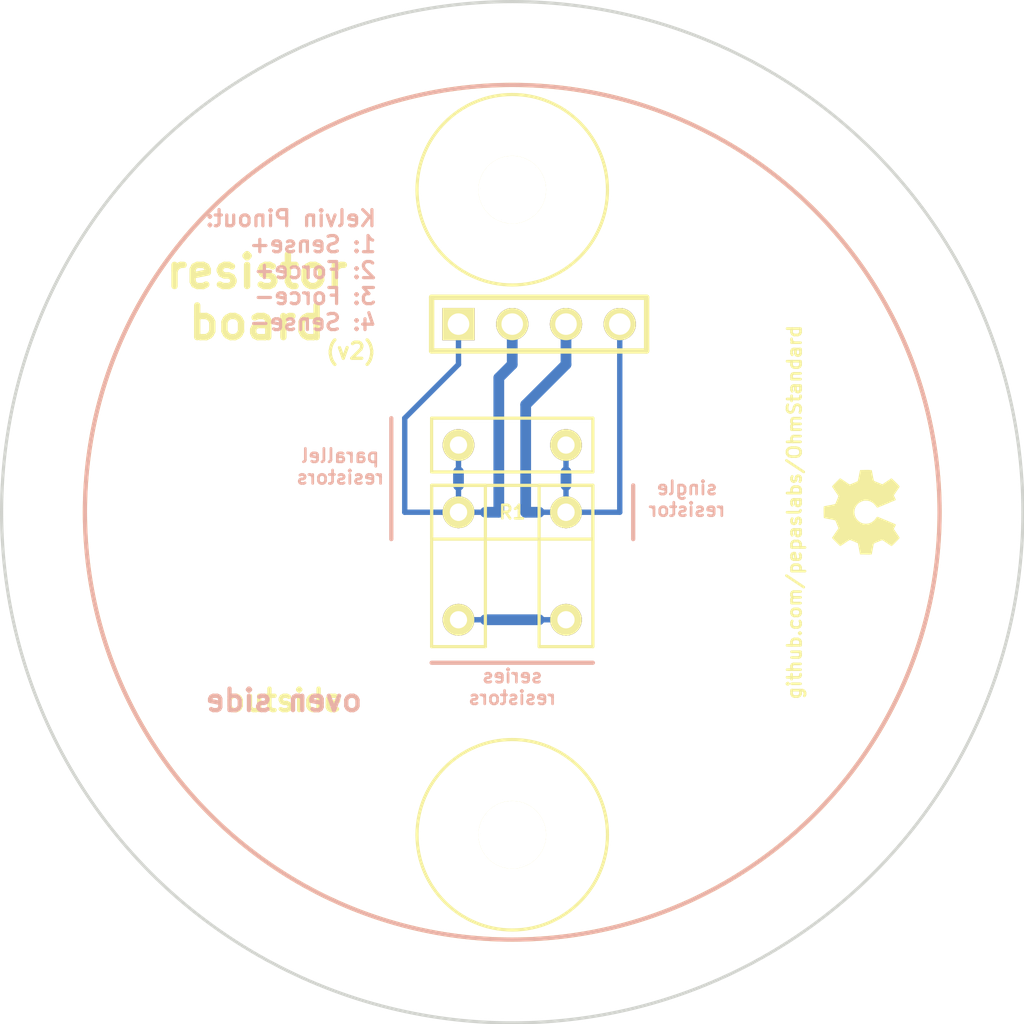
<source format=kicad_pcb>
(kicad_pcb (version 3) (host pcbnew "(2013-07-07 BZR 4022)-stable")

  (general
    (links 4)
    (no_connects 0)
    (area 191.694999 114.224999 240.105001 162.635001)
    (thickness 1.6)
    (drawings 15)
    (tracks 25)
    (zones 0)
    (modules 8)
    (nets 3)
  )

  (page A3)
  (layers
    (15 F.Cu signal)
    (0 B.Cu signal)
    (16 B.Adhes user)
    (17 F.Adhes user)
    (18 B.Paste user)
    (19 F.Paste user)
    (20 B.SilkS user)
    (21 F.SilkS user)
    (22 B.Mask user)
    (23 F.Mask user)
    (24 Dwgs.User user)
    (25 Cmts.User user)
    (26 Eco1.User user)
    (27 Eco2.User user)
    (28 Edge.Cuts user)
  )

  (setup
    (last_trace_width 0.254)
    (user_trace_width 0.254)
    (user_trace_width 0.508)
    (user_trace_width 1.016)
    (trace_clearance 0.254)
    (zone_clearance 0.508)
    (zone_45_only no)
    (trace_min 0.254)
    (segment_width 0.2)
    (edge_width 0.15)
    (via_size 0.889)
    (via_drill 0.635)
    (via_min_size 0.889)
    (via_min_drill 0.508)
    (uvia_size 0.508)
    (uvia_drill 0.127)
    (uvias_allowed no)
    (uvia_min_size 0.508)
    (uvia_min_drill 0.127)
    (pcb_text_width 0.3)
    (pcb_text_size 1.5 1.5)
    (mod_edge_width 0.15)
    (mod_text_size 1.5 1.5)
    (mod_text_width 0.15)
    (pad_size 3.2 3.2)
    (pad_drill 3.2)
    (pad_to_mask_clearance 0.2)
    (aux_axis_origin 215.9 138.43)
    (visible_elements 7FFFFFFF)
    (pcbplotparams
      (layerselection 284196865)
      (usegerberextensions true)
      (excludeedgelayer true)
      (linewidth 0.100000)
      (plotframeref false)
      (viasonmask false)
      (mode 1)
      (useauxorigin false)
      (hpglpennumber 1)
      (hpglpenspeed 20)
      (hpglpendiameter 15)
      (hpglpenoverlay 2)
      (psnegative false)
      (psa4output false)
      (plotreference true)
      (plotvalue true)
      (plotothertext true)
      (plotinvisibletext false)
      (padsonsilk false)
      (subtractmaskfromsilk false)
      (outputformat 1)
      (mirror false)
      (drillshape 0)
      (scaleselection 1)
      (outputdirectory gerbers_resistor/))
  )

  (net 0 "")
  (net 1 N-000003)
  (net 2 N-000004)

  (net_class Default "This is the default net class."
    (clearance 0.254)
    (trace_width 0.254)
    (via_dia 0.889)
    (via_drill 0.635)
    (uvia_dia 0.508)
    (uvia_drill 0.127)
    (add_net "")
    (add_net N-000003)
    (add_net N-000004)
  )

  (module PIN_ARRAY_4x1 (layer F.Cu) (tedit 5393E450) (tstamp 53929DC2)
    (at 217.17 129.54)
    (descr "Double rangee de contacts 2 x 5 pins")
    (tags CONN)
    (path /53929CBC)
    (fp_text reference P1 (at 6.35 0) (layer F.SilkS) hide
      (effects (font (size 1.016 1.016) (thickness 0.2032)))
    )
    (fp_text value CONN_4 (at 0 2.54) (layer F.SilkS) hide
      (effects (font (size 1.016 1.016) (thickness 0.2032)))
    )
    (fp_line (start 5.08 1.27) (end -5.08 1.27) (layer F.SilkS) (width 0.254))
    (fp_line (start 5.08 -1.27) (end -5.08 -1.27) (layer F.SilkS) (width 0.254))
    (fp_line (start -5.08 -1.27) (end -5.08 1.27) (layer F.SilkS) (width 0.254))
    (fp_line (start 5.08 1.27) (end 5.08 -1.27) (layer F.SilkS) (width 0.254))
    (pad 1 thru_hole rect (at -3.81 0) (size 1.524 1.524) (drill 1.016)
      (layers *.Cu *.Mask F.SilkS)
      (net 1 N-000003)
    )
    (pad 2 thru_hole circle (at -1.27 0) (size 1.524 1.524) (drill 1.016)
      (layers *.Cu *.Mask F.SilkS)
      (net 1 N-000003)
    )
    (pad 3 thru_hole circle (at 1.27 0) (size 1.524 1.524) (drill 1.016)
      (layers *.Cu *.Mask F.SilkS)
      (net 2 N-000004)
    )
    (pad 4 thru_hole circle (at 3.81 0) (size 1.524 1.524) (drill 1.016)
      (layers *.Cu *.Mask F.SilkS)
      (net 2 N-000004)
    )
    (model pin_array\pins_array_4x1.wrl
      (at (xyz 0 0 0))
      (scale (xyz 1 1 1))
      (rotate (xyz 0 0 0))
    )
  )

  (module R_BOX_02 (layer F.Cu) (tedit 53B223FB) (tstamp 53B22333)
    (at 213.36 138.43)
    (path /53929CA6)
    (fp_text reference R1 (at 2.54 0) (layer F.SilkS)
      (effects (font (size 0.635 0.635) (thickness 0.127)))
    )
    (fp_text value R (at 2.54 0.635) (layer F.SilkS) hide
      (effects (font (size 0.635 0.635) (thickness 0.127)))
    )
    (fp_line (start -1.27 -1.27) (end 6.35 -1.27) (layer F.SilkS) (width 0.15))
    (fp_line (start 6.35 -1.27) (end 6.35 1.27) (layer F.SilkS) (width 0.15))
    (fp_line (start 6.35 1.27) (end -1.27 1.27) (layer F.SilkS) (width 0.15))
    (fp_line (start -1.27 1.27) (end -1.27 -1.27) (layer F.SilkS) (width 0.15))
    (pad 1 thru_hole circle (at 0 0) (size 1.4986 1.4986) (drill 0.8128)
      (layers *.Cu *.Mask F.SilkS)
      (net 1 N-000003)
    )
    (pad 2 thru_hole circle (at 5.08 0) (size 1.4986 1.4986) (drill 0.8128)
      (layers *.Cu *.Mask F.SilkS)
      (net 2 N-000004)
    )
  )

  (module R_BOX_02 (layer F.Cu) (tedit 53B2242D) (tstamp 53B2856D)
    (at 213.36 135.255)
    (fp_text reference R*** (at 2.54 -0.508) (layer F.SilkS) hide
      (effects (font (size 0.635 0.635) (thickness 0.127)))
    )
    (fp_text value VAL** (at 2.54 0.635) (layer F.SilkS) hide
      (effects (font (size 0.635 0.635) (thickness 0.127)))
    )
    (fp_line (start -1.27 -1.27) (end 6.35 -1.27) (layer F.SilkS) (width 0.15))
    (fp_line (start 6.35 -1.27) (end 6.35 1.27) (layer F.SilkS) (width 0.15))
    (fp_line (start 6.35 1.27) (end -1.27 1.27) (layer F.SilkS) (width 0.15))
    (fp_line (start -1.27 1.27) (end -1.27 -1.27) (layer F.SilkS) (width 0.15))
    (pad 1 thru_hole circle (at 0 0) (size 1.4986 1.4986) (drill 0.8128)
      (layers *.Cu *.Mask F.SilkS)
    )
    (pad 2 thru_hole circle (at 5.08 0) (size 1.4986 1.4986) (drill 0.8128)
      (layers *.Cu *.Mask F.SilkS)
    )
  )

  (module R_BOX_02 (layer F.Cu) (tedit 53B22408) (tstamp 53B28580)
    (at 213.36 138.43 270)
    (fp_text reference R*** (at 2.54 -0.508 270) (layer F.SilkS) hide
      (effects (font (size 0.635 0.635) (thickness 0.127)))
    )
    (fp_text value VAL** (at 2.54 0.635 270) (layer F.SilkS) hide
      (effects (font (size 0.635 0.635) (thickness 0.127)))
    )
    (fp_line (start -1.27 -1.27) (end 6.35 -1.27) (layer F.SilkS) (width 0.15))
    (fp_line (start 6.35 -1.27) (end 6.35 1.27) (layer F.SilkS) (width 0.15))
    (fp_line (start 6.35 1.27) (end -1.27 1.27) (layer F.SilkS) (width 0.15))
    (fp_line (start -1.27 1.27) (end -1.27 -1.27) (layer F.SilkS) (width 0.15))
    (pad 1 thru_hole circle (at 0 0 270) (size 1.4986 1.4986) (drill 0.8128)
      (layers *.Cu *.Mask F.SilkS)
    )
    (pad 2 thru_hole circle (at 5.08 0 270) (size 1.4986 1.4986) (drill 0.8128)
      (layers *.Cu *.Mask F.SilkS)
    )
  )

  (module R_BOX_02 (layer F.Cu) (tedit 53B2241B) (tstamp 53B28593)
    (at 218.44 138.43 270)
    (fp_text reference R*** (at 2.54 -0.508 270) (layer F.SilkS) hide
      (effects (font (size 0.635 0.635) (thickness 0.127)))
    )
    (fp_text value VAL** (at 2.54 0.635 270) (layer F.SilkS) hide
      (effects (font (size 0.635 0.635) (thickness 0.127)))
    )
    (fp_line (start -1.27 -1.27) (end 6.35 -1.27) (layer F.SilkS) (width 0.15))
    (fp_line (start 6.35 -1.27) (end 6.35 1.27) (layer F.SilkS) (width 0.15))
    (fp_line (start 6.35 1.27) (end -1.27 1.27) (layer F.SilkS) (width 0.15))
    (fp_line (start -1.27 1.27) (end -1.27 -1.27) (layer F.SilkS) (width 0.15))
    (pad 1 thru_hole circle (at 0 0 270) (size 1.4986 1.4986) (drill 0.8128)
      (layers *.Cu *.Mask F.SilkS)
    )
    (pad 2 thru_hole circle (at 5.08 0 270) (size 1.4986 1.4986) (drill 0.8128)
      (layers *.Cu *.Mask F.SilkS)
    )
  )

  (module OSHW-logo_silkscreen-front_4mm (layer F.Cu) (tedit 0) (tstamp 53B2E85A)
    (at 232.41 138.43 90)
    (fp_text reference G*** (at 0 2.1209 90) (layer F.SilkS) hide
      (effects (font (size 0.18034 0.18034) (thickness 0.03556)))
    )
    (fp_text value OSHW-logo_silkscreen-front_4mm (at 0 -2.1209 90) (layer F.SilkS) hide
      (effects (font (size 0.18034 0.18034) (thickness 0.03556)))
    )
    (fp_poly (pts (xy -1.21158 1.79578) (xy -1.19126 1.78562) (xy -1.143 1.75514) (xy -1.07696 1.71196)
      (xy -0.99822 1.65862) (xy -0.91948 1.60528) (xy -0.85344 1.5621) (xy -0.80772 1.53162)
      (xy -0.78994 1.52146) (xy -0.77978 1.524) (xy -0.74168 1.54432) (xy -0.6858 1.57226)
      (xy -0.65532 1.5875) (xy -0.60452 1.61036) (xy -0.57912 1.61544) (xy -0.57658 1.60782)
      (xy -0.55626 1.56972) (xy -0.52832 1.50368) (xy -0.49022 1.41732) (xy -0.44704 1.31572)
      (xy -0.40132 1.2065) (xy -0.3556 1.09474) (xy -0.30988 0.98806) (xy -0.27178 0.89154)
      (xy -0.23876 0.81534) (xy -0.21844 0.75946) (xy -0.21082 0.7366) (xy -0.21336 0.73152)
      (xy -0.23876 0.70866) (xy -0.28194 0.67564) (xy -0.37846 0.5969) (xy -0.4699 0.48006)
      (xy -0.52832 0.34798) (xy -0.5461 0.20066) (xy -0.53086 0.06604) (xy -0.47752 -0.0635)
      (xy -0.38608 -0.18288) (xy -0.27432 -0.26924) (xy -0.14478 -0.32512) (xy 0 -0.3429)
      (xy 0.1397 -0.32766) (xy 0.27178 -0.27432) (xy 0.39116 -0.18542) (xy 0.43942 -0.127)
      (xy 0.508 -0.00762) (xy 0.54864 0.11938) (xy 0.55118 0.14986) (xy 0.5461 0.2921)
      (xy 0.50546 0.42672) (xy 0.4318 0.5461) (xy 0.32766 0.64516) (xy 0.31496 0.65532)
      (xy 0.2667 0.69088) (xy 0.23622 0.71374) (xy 0.21082 0.73406) (xy 0.38862 1.16586)
      (xy 0.41656 1.23444) (xy 0.46736 1.35128) (xy 0.51054 1.45288) (xy 0.54356 1.53416)
      (xy 0.56896 1.5875) (xy 0.57912 1.61036) (xy 0.57912 1.61036) (xy 0.59436 1.6129)
      (xy 0.62738 1.6002) (xy 0.68834 1.57226) (xy 0.72898 1.55194) (xy 0.7747 1.52908)
      (xy 0.79502 1.52146) (xy 0.8128 1.53162) (xy 0.85598 1.55956) (xy 0.91948 1.60274)
      (xy 0.99568 1.65354) (xy 1.06934 1.70434) (xy 1.13792 1.75006) (xy 1.18618 1.78054)
      (xy 1.21158 1.79324) (xy 1.21412 1.79324) (xy 1.23444 1.78054) (xy 1.27508 1.75006)
      (xy 1.3335 1.69418) (xy 1.41478 1.6129) (xy 1.42748 1.6002) (xy 1.49606 1.52908)
      (xy 1.55194 1.47066) (xy 1.59004 1.43002) (xy 1.60274 1.41224) (xy 1.60274 1.41224)
      (xy 1.59004 1.38684) (xy 1.55956 1.33858) (xy 1.51384 1.27) (xy 1.4605 1.19126)
      (xy 1.31826 0.98298) (xy 1.397 0.7874) (xy 1.41986 0.72898) (xy 1.45034 0.65532)
      (xy 1.4732 0.60452) (xy 1.4859 0.58166) (xy 1.50622 0.57404) (xy 1.55956 0.56134)
      (xy 1.6383 0.54356) (xy 1.72974 0.52832) (xy 1.81864 0.51054) (xy 1.89738 0.4953)
      (xy 1.9558 0.48514) (xy 1.9812 0.48006) (xy 1.98628 0.47498) (xy 1.99136 0.46228)
      (xy 1.99644 0.43688) (xy 1.99644 0.38862) (xy 1.99898 0.31242) (xy 1.99898 0.20066)
      (xy 1.99898 0.1905) (xy 1.99644 0.08382) (xy 1.99644 0) (xy 1.9939 -0.05334)
      (xy 1.98882 -0.07366) (xy 1.98882 -0.07366) (xy 1.96342 -0.08128) (xy 1.90754 -0.09144)
      (xy 1.8288 -0.10922) (xy 1.73228 -0.127) (xy 1.7272 -0.127) (xy 1.63322 -0.14478)
      (xy 1.55448 -0.16256) (xy 1.4986 -0.17526) (xy 1.47574 -0.18288) (xy 1.47066 -0.18796)
      (xy 1.45034 -0.22606) (xy 1.4224 -0.28448) (xy 1.39192 -0.3556) (xy 1.36144 -0.42926)
      (xy 1.3335 -0.49784) (xy 1.31572 -0.5461) (xy 1.31064 -0.56896) (xy 1.31064 -0.56896)
      (xy 1.32588 -0.59182) (xy 1.3589 -0.64262) (xy 1.40462 -0.70866) (xy 1.4605 -0.78994)
      (xy 1.46304 -0.79756) (xy 1.51892 -0.8763) (xy 1.5621 -0.94488) (xy 1.59258 -0.99314)
      (xy 1.60274 -1.01346) (xy 1.60274 -1.016) (xy 1.58496 -1.03886) (xy 1.54432 -1.08458)
      (xy 1.4859 -1.14554) (xy 1.41478 -1.21666) (xy 1.39192 -1.23698) (xy 1.31572 -1.31318)
      (xy 1.26238 -1.36398) (xy 1.22682 -1.38938) (xy 1.21158 -1.397) (xy 1.21158 -1.39446)
      (xy 1.18618 -1.38176) (xy 1.13538 -1.34874) (xy 1.0668 -1.30048) (xy 0.98552 -1.24714)
      (xy 0.98044 -1.24206) (xy 0.9017 -1.18872) (xy 0.83566 -1.143) (xy 0.7874 -1.11252)
      (xy 0.76708 -1.09982) (xy 0.762 -1.09982) (xy 0.73152 -1.10998) (xy 0.6731 -1.12776)
      (xy 0.60452 -1.1557) (xy 0.53086 -1.18618) (xy 0.46228 -1.21412) (xy 0.41148 -1.23698)
      (xy 0.38862 -1.24968) (xy 0.38862 -1.25222) (xy 0.37846 -1.28016) (xy 0.36576 -1.34112)
      (xy 0.34798 -1.4224) (xy 0.3302 -1.52146) (xy 0.32766 -1.5367) (xy 0.30988 -1.63068)
      (xy 0.29464 -1.70942) (xy 0.28194 -1.7653) (xy 0.27686 -1.78816) (xy 0.26416 -1.7907)
      (xy 0.2159 -1.79324) (xy 0.14478 -1.79578) (xy 0.05842 -1.79578) (xy -0.03048 -1.79578)
      (xy -0.11684 -1.79324) (xy -0.19304 -1.7907) (xy -0.24638 -1.78816) (xy -0.26924 -1.78308)
      (xy -0.27178 -1.78054) (xy -0.2794 -1.7526) (xy -0.2921 -1.69164) (xy -0.30988 -1.61036)
      (xy -0.32766 -1.5113) (xy -0.3302 -1.49352) (xy -0.34798 -1.39954) (xy -0.36576 -1.3208)
      (xy -0.37592 -1.26746) (xy -0.38354 -1.24714) (xy -0.39116 -1.24206) (xy -0.42926 -1.22428)
      (xy -0.49276 -1.19888) (xy -0.57404 -1.16586) (xy -0.75692 -1.0922) (xy -0.98044 -1.24714)
      (xy -1.00076 -1.25984) (xy -1.08204 -1.31572) (xy -1.14808 -1.3589) (xy -1.1938 -1.38938)
      (xy -1.21412 -1.39954) (xy -1.21412 -1.39954) (xy -1.23698 -1.37922) (xy -1.2827 -1.33858)
      (xy -1.34366 -1.27762) (xy -1.41224 -1.20904) (xy -1.46558 -1.1557) (xy -1.52654 -1.0922)
      (xy -1.56718 -1.05156) (xy -1.5875 -1.02362) (xy -1.59512 -1.00584) (xy -1.59258 -0.99568)
      (xy -1.57988 -0.97282) (xy -1.54686 -0.92456) (xy -1.50114 -0.85598) (xy -1.44526 -0.77724)
      (xy -1.39954 -0.70866) (xy -1.35128 -0.635) (xy -1.3208 -0.58166) (xy -1.3081 -0.55372)
      (xy -1.31064 -0.54356) (xy -1.32842 -0.50038) (xy -1.35382 -0.4318) (xy -1.38684 -0.35306)
      (xy -1.46558 -0.17526) (xy -1.58242 -0.15494) (xy -1.65354 -0.1397) (xy -1.7526 -0.12192)
      (xy -1.84658 -0.10414) (xy -1.9939 -0.07366) (xy -1.99898 0.46482) (xy -1.97612 0.47498)
      (xy -1.95326 0.4826) (xy -1.89992 0.49276) (xy -1.82118 0.508) (xy -1.72974 0.52578)
      (xy -1.651 0.54102) (xy -1.57226 0.55626) (xy -1.51638 0.56642) (xy -1.49098 0.5715)
      (xy -1.48336 0.58166) (xy -1.46304 0.61976) (xy -1.4351 0.68072) (xy -1.40462 0.75438)
      (xy -1.37414 0.82804) (xy -1.3462 0.89916) (xy -1.32588 0.9525) (xy -1.31826 0.98044)
      (xy -1.32842 1.00076) (xy -1.3589 1.04648) (xy -1.40208 1.11252) (xy -1.45542 1.19126)
      (xy -1.5113 1.27) (xy -1.55448 1.33858) (xy -1.5875 1.38684) (xy -1.6002 1.40716)
      (xy -1.59258 1.4224) (xy -1.5621 1.4605) (xy -1.50368 1.52146) (xy -1.41478 1.61036)
      (xy -1.39954 1.62306) (xy -1.33096 1.69164) (xy -1.27 1.74498) (xy -1.22936 1.78308)
      (xy -1.21158 1.79578)) (layer F.SilkS) (width 0.00254))
  )

  (module hole_M3_NPTH (layer F.Cu) (tedit 53B22845) (tstamp 53B22914)
    (at 215.9 123.19)
    (descr "M3 mounting hole (non plated through hole)")
    (path /53929F13)
    (fp_text reference H1 (at 0 -3.048) (layer F.SilkS) hide
      (effects (font (size 1.016 1.016) (thickness 0.254)))
    )
    (fp_text value HOLE (at 0 2.794) (layer F.SilkS) hide
      (effects (font (size 1.016 1.016) (thickness 0.254)))
    )
    (fp_circle (center 0 0) (end 4.5 0) (layer F.SilkS) (width 0.15))
    (pad "" np_thru_hole circle (at 0 0) (size 3.2 3.2) (drill 3.2)
      (layers *.Cu *.Mask F.SilkS)
    )
  )

  (module hole_M3_NPTH (layer F.Cu) (tedit 53B22845) (tstamp 53B22927)
    (at 215.9 153.67)
    (descr "M3 mounting hole (non plated through hole)")
    (path /53929F22)
    (fp_text reference H2 (at 0 -3.048) (layer F.SilkS) hide
      (effects (font (size 1.016 1.016) (thickness 0.254)))
    )
    (fp_text value HOLE (at 0 2.794) (layer F.SilkS) hide
      (effects (font (size 1.016 1.016) (thickness 0.254)))
    )
    (fp_circle (center 0 0) (end 4.5 0) (layer F.SilkS) (width 0.15))
    (pad "" np_thru_hole circle (at 0 0) (size 3.2 3.2) (drill 3.2)
      (layers *.Cu *.Mask F.SilkS)
    )
  )

  (gr_text "(v2)" (at 208.28 130.81) (layer F.SilkS)
    (effects (font (size 0.762 0.762) (thickness 0.1524)))
  )
  (gr_text github.com/pepaslabs/OhmStandard (at 229.235 138.43 90) (layer F.SilkS)
    (effects (font (size 0.635 0.635) (thickness 0.127)))
  )
  (gr_text "series\nresistors" (at 215.9 146.685) (layer B.SilkS)
    (effects (font (size 0.635 0.635) (thickness 0.127)) (justify mirror))
  )
  (gr_line (start 212.09 145.542) (end 219.71 145.542) (angle 90) (layer B.SilkS) (width 0.2))
  (gr_text "parallel\nresistors" (at 207.772 136.271) (layer B.SilkS)
    (effects (font (size 0.635 0.635) (thickness 0.127)) (justify mirror))
  )
  (gr_line (start 210.185 133.985) (end 210.185 139.7) (angle 90) (layer B.SilkS) (width 0.2))
  (gr_line (start 221.615 137.16) (end 221.615 139.7) (angle 90) (layer B.SilkS) (width 0.2))
  (gr_text "single\nresistor" (at 224.155 137.795) (layer B.SilkS)
    (effects (font (size 0.635 0.635) (thickness 0.127)) (justify mirror))
  )
  (gr_text "Kelvin Pinout:\n1: Sense+\n2: Force+\n3: Force-\n4: Sense-" (at 209.55 127) (layer B.SilkS)
    (effects (font (size 0.762 0.762) (thickness 0.1524)) (justify left mirror))
  )
  (gr_text "oven side" (at 205.105 147.32) (layer B.SilkS)
    (effects (font (size 1.016 1.016) (thickness 0.2032)) (justify mirror))
  )
  (gr_text outside (at 205.105 147.32) (layer F.SilkS)
    (effects (font (size 1.016 1.016) (thickness 0.2032)))
  )
  (gr_text "resistor\nboard" (at 203.835 128.27) (layer F.SilkS)
    (effects (font (size 1.5 1.5) (thickness 0.3)))
  )
  (gr_circle (center 215.9 138.43) (end 195.707 138.43) (layer B.SilkS) (width 0.2))
  (gr_circle (center 215.9 138.43) (end 236.093 138.43) (layer F.SilkS) (width 0.2))
  (gr_circle (center 215.9 138.43) (end 240.03 138.43) (layer Edge.Cuts) (width 0.15))

  (segment (start 213.36 143.51) (end 214.63 143.51) (width 0.254) (layer B.Cu) (net 0))
  (segment (start 217.17 143.51) (end 218.44 143.51) (width 0.254) (layer B.Cu) (net 0) (tstamp 53B28671))
  (segment (start 214.63 143.51) (end 217.17 143.51) (width 0.508) (layer B.Cu) (net 0) (tstamp 53B28670))
  (segment (start 215.265 138.43) (end 214.63 138.43) (width 0.508) (layer B.Cu) (net 1))
  (segment (start 215.9 131.445) (end 215.265 132.08) (width 0.508) (layer B.Cu) (net 1) (tstamp 53B2861B))
  (segment (start 215.265 132.08) (end 215.265 138.43) (width 0.508) (layer B.Cu) (net 1) (tstamp 53B2861C))
  (segment (start 215.9 129.54) (end 215.9 131.445) (width 0.508) (layer B.Cu) (net 1))
  (segment (start 214.63 138.43) (end 213.36 138.43) (width 0.254) (layer B.Cu) (net 1) (tstamp 53B28683))
  (segment (start 213.36 138.43) (end 213.36 137.16) (width 0.254) (layer B.Cu) (net 1))
  (segment (start 213.36 136.525) (end 213.36 135.255) (width 0.254) (layer B.Cu) (net 1) (tstamp 53B28676))
  (segment (start 213.36 137.16) (end 213.36 136.525) (width 0.508) (layer B.Cu) (net 1) (tstamp 53B28675))
  (segment (start 213.36 129.54) (end 213.36 131.445) (width 0.254) (layer B.Cu) (net 1))
  (segment (start 210.82 138.43) (end 213.36 138.43) (width 0.254) (layer B.Cu) (net 1) (tstamp 53B28641))
  (segment (start 210.82 133.985) (end 210.82 138.43) (width 0.254) (layer B.Cu) (net 1) (tstamp 53B28640))
  (segment (start 213.36 131.445) (end 210.82 133.985) (width 0.254) (layer B.Cu) (net 1) (tstamp 53B2863F))
  (segment (start 216.535 138.43) (end 217.17 138.43) (width 0.508) (layer B.Cu) (net 2))
  (segment (start 218.44 131.445) (end 216.535 133.35) (width 0.508) (layer B.Cu) (net 2) (tstamp 53B28620))
  (segment (start 216.535 133.35) (end 216.535 138.43) (width 0.508) (layer B.Cu) (net 2) (tstamp 53B28621))
  (segment (start 218.44 129.54) (end 218.44 131.445) (width 0.508) (layer B.Cu) (net 2))
  (segment (start 217.17 138.43) (end 218.44 138.43) (width 0.254) (layer B.Cu) (net 2) (tstamp 53B28680))
  (segment (start 218.44 138.43) (end 218.44 137.16) (width 0.254) (layer B.Cu) (net 2))
  (segment (start 218.44 136.525) (end 218.44 135.255) (width 0.254) (layer B.Cu) (net 2) (tstamp 53B2867B))
  (segment (start 218.44 137.16) (end 218.44 136.525) (width 0.508) (layer B.Cu) (net 2) (tstamp 53B2867A))
  (segment (start 220.98 129.54) (end 220.98 138.43) (width 0.254) (layer B.Cu) (net 2))
  (segment (start 220.98 138.43) (end 218.44 138.43) (width 0.254) (layer B.Cu) (net 2) (tstamp 53B2864C))

)

</source>
